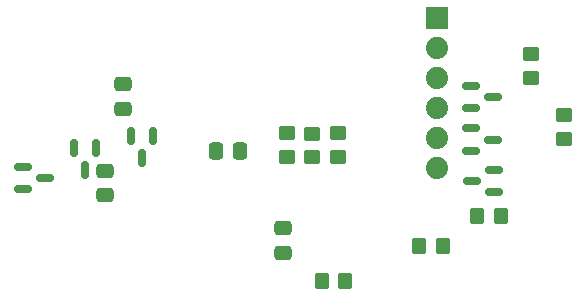
<source format=gbr>
%TF.GenerationSoftware,KiCad,Pcbnew,6.0.11-2627ca5db0~126~ubuntu22.04.1*%
%TF.CreationDate,2023-02-28T15:21:50-05:00*%
%TF.ProjectId,canbus-gpios,63616e62-7573-42d6-9770-696f732e6b69,1.0*%
%TF.SameCoordinates,Original*%
%TF.FileFunction,Paste,Bot*%
%TF.FilePolarity,Positive*%
%FSLAX46Y46*%
G04 Gerber Fmt 4.6, Leading zero omitted, Abs format (unit mm)*
G04 Created by KiCad (PCBNEW 6.0.11-2627ca5db0~126~ubuntu22.04.1) date 2023-02-28 15:21:50*
%MOMM*%
%LPD*%
G01*
G04 APERTURE LIST*
G04 Aperture macros list*
%AMRoundRect*
0 Rectangle with rounded corners*
0 $1 Rounding radius*
0 $2 $3 $4 $5 $6 $7 $8 $9 X,Y pos of 4 corners*
0 Add a 4 corners polygon primitive as box body*
4,1,4,$2,$3,$4,$5,$6,$7,$8,$9,$2,$3,0*
0 Add four circle primitives for the rounded corners*
1,1,$1+$1,$2,$3*
1,1,$1+$1,$4,$5*
1,1,$1+$1,$6,$7*
1,1,$1+$1,$8,$9*
0 Add four rect primitives between the rounded corners*
20,1,$1+$1,$2,$3,$4,$5,0*
20,1,$1+$1,$4,$5,$6,$7,0*
20,1,$1+$1,$6,$7,$8,$9,0*
20,1,$1+$1,$8,$9,$2,$3,0*%
G04 Aperture macros list end*
%ADD10RoundRect,0.250000X-0.450000X0.350000X-0.450000X-0.350000X0.450000X-0.350000X0.450000X0.350000X0*%
%ADD11RoundRect,0.250000X0.350000X0.450000X-0.350000X0.450000X-0.350000X-0.450000X0.350000X-0.450000X0*%
%ADD12RoundRect,0.250000X0.450000X-0.350000X0.450000X0.350000X-0.450000X0.350000X-0.450000X-0.350000X0*%
%ADD13RoundRect,0.150000X-0.587500X-0.150000X0.587500X-0.150000X0.587500X0.150000X-0.587500X0.150000X0*%
%ADD14RoundRect,0.150000X0.587500X0.150000X-0.587500X0.150000X-0.587500X-0.150000X0.587500X-0.150000X0*%
%ADD15R,1.879600X1.879600*%
%ADD16C,1.879600*%
%ADD17RoundRect,0.250000X-0.337500X-0.475000X0.337500X-0.475000X0.337500X0.475000X-0.337500X0.475000X0*%
%ADD18RoundRect,0.150000X-0.150000X0.587500X-0.150000X-0.587500X0.150000X-0.587500X0.150000X0.587500X0*%
%ADD19RoundRect,0.250000X0.475000X-0.337500X0.475000X0.337500X-0.475000X0.337500X-0.475000X-0.337500X0*%
%ADD20RoundRect,0.250000X-0.475000X0.337500X-0.475000X-0.337500X0.475000X-0.337500X0.475000X0.337500X0*%
%ADD21RoundRect,0.250000X-0.350000X-0.450000X0.350000X-0.450000X0.350000X0.450000X-0.350000X0.450000X0*%
G04 APERTURE END LIST*
D10*
%TO.C,R10*%
X104450000Y-74050000D03*
X104450000Y-76050000D03*
%TD*%
%TO.C,R9*%
X107300000Y-79250000D03*
X107300000Y-81250000D03*
%TD*%
D11*
%TO.C,R8*%
X101925000Y-87775000D03*
X99925000Y-87775000D03*
%TD*%
D12*
%TO.C,R7*%
X83775000Y-82775000D03*
X83775000Y-80775000D03*
%TD*%
%TO.C,R4*%
X85975000Y-82800000D03*
X85975000Y-80800000D03*
%TD*%
%TO.C,R3*%
X88175000Y-82775000D03*
X88175000Y-80775000D03*
%TD*%
D13*
%TO.C,Q5*%
X99375000Y-78650000D03*
X99375000Y-76750000D03*
X101250000Y-77700000D03*
%TD*%
%TO.C,Q4*%
X99387500Y-82250000D03*
X99387500Y-80350000D03*
X101262500Y-81300000D03*
%TD*%
D14*
%TO.C,Q3*%
X101312500Y-83875000D03*
X101312500Y-85775000D03*
X99437500Y-84825000D03*
%TD*%
D15*
%TO.C,J2*%
X96500000Y-70990000D03*
D16*
X96500000Y-73530000D03*
X96500000Y-76070000D03*
X96500000Y-78610000D03*
X96500000Y-81150000D03*
X96500000Y-83690000D03*
%TD*%
D17*
%TO.C,C7*%
X77787500Y-82300000D03*
X79862500Y-82300000D03*
%TD*%
D18*
%TO.C,U1*%
X65775000Y-81987500D03*
X67675000Y-81987500D03*
X66725000Y-83862500D03*
%TD*%
D11*
%TO.C,R1*%
X88750000Y-93250000D03*
X86750000Y-93250000D03*
%TD*%
D19*
%TO.C,C1*%
X83450000Y-90887500D03*
X83450000Y-88812500D03*
%TD*%
%TO.C,C4*%
X69900000Y-78712500D03*
X69900000Y-76637500D03*
%TD*%
D20*
%TO.C,C2*%
X68425000Y-83950000D03*
X68425000Y-86025000D03*
%TD*%
D13*
%TO.C,Q2*%
X61437500Y-85525000D03*
X61437500Y-83625000D03*
X63312500Y-84575000D03*
%TD*%
D18*
%TO.C,Q1*%
X70600000Y-81000000D03*
X72500000Y-81000000D03*
X71550000Y-82875000D03*
%TD*%
D21*
%TO.C,R2*%
X95000000Y-90325000D03*
X97000000Y-90325000D03*
%TD*%
M02*

</source>
